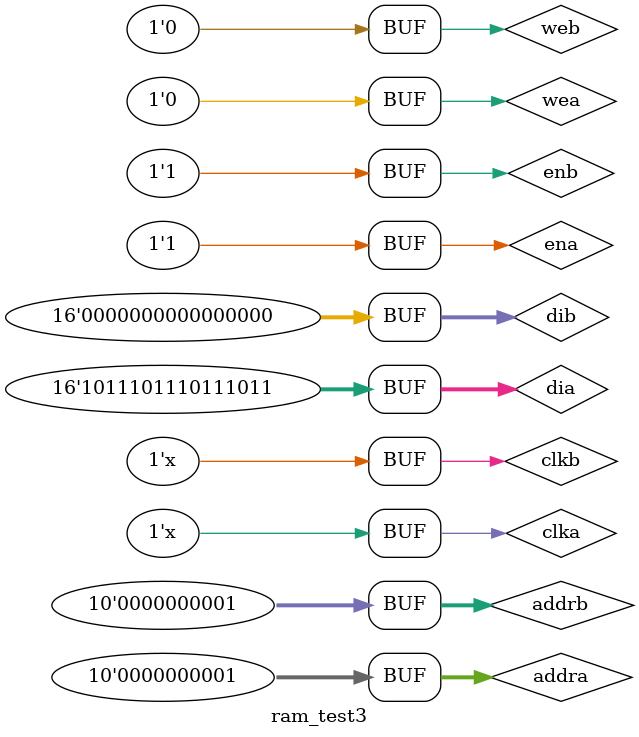
<source format=v>
`timescale 1ns / 1ps


module ram_test3;
reg clka,clkb,ena,enb,wea,web;
reg [9:0] addra,addrb;
reg [15:0] dia,dib;
wire [15:0] doa,dob;
    always #10 clka <= ~clka;
	always #10 clkb <= ~clkb;

    initial begin
        clka = 0;
		clkb = 0;
		ena = 1;
		enb = 0;
		wea = 0;
		web = 0;
		addra = 0;
		addrb = 0;
		dia = 0;
		dib = 0;
		
		#100;
		wea = 1;
		addra = 1;
		dia = 16'hbbbb;
		
		#20;
		wea = 0;
		
		#20;
		enb = 1;
		
		#100;
		addrb = 1;
		
		#20;
		//enb = 0;
    end
    
ram3 ram_tes(
	.clka(clka),
	.clkb(clkb),
	.ena(ena),
	.enb(enb),
	.wea(wea),
	.web(web),
	.addra(addra),
	.addrb(addrb),
	.dia(dia),
	.dib(dib),
	.doa(doa),
	.dob(dob)
    );

endmodule
</source>
